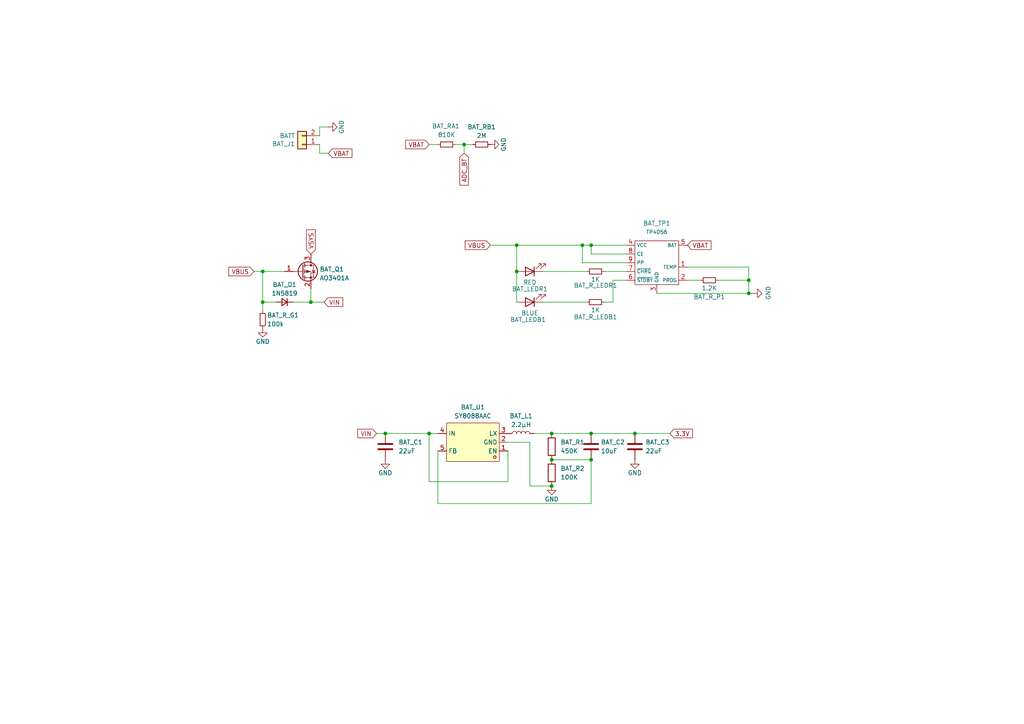
<source format=kicad_sch>
(kicad_sch (version 20250114) (generator "eeschema") (generator_version "9.0")
  (paper "A4")
  (lib_symbols
    (symbol "Connector_Generic:Conn_01x02" (pin_names (offset 1.016) (hide yes))
      (property "Reference" "J" (at 0 2.54 0))
      (property "Value" "Conn_01x02" (at 0 -5.08 0))
      (symbol "Conn_01x02_1_1"
        (rectangle (start -1.27 1.27) (end 1.27 -3.81) (stroke (width 0.254)) (fill (type background)))
        (rectangle (start -1.27 0.127) (end 0 -0.127) (stroke (width 0.1524)))
        (rectangle (start -1.27 -2.413) (end 0 -2.667) (stroke (width 0.1524)))
        (pin passive line (at -5.08 0 0) (length 3.81) (name "Pin_1") (number "1"))
        (pin passive line (at -5.08 -2.54 0) (length 3.81) (name "Pin_2") (number "2"))
      )
    )
    (symbol "Device:C" (pin_numbers (hide yes)) (pin_names (offset 0.254))
      (property "Reference" "C" (at 0.635 2.54 0))
      (property "Value" "C" (at 0.635 -2.54 0))
      (symbol "C_0_1"
        (polyline (pts (xy -2.032 0.762) (xy 2.032 0.762)) (stroke (width 0.508)))
        (polyline (pts (xy -2.032 -0.762) (xy 2.032 -0.762)) (stroke (width 0.508)))
      )
      (symbol "C_1_1"
        (pin passive line (at 0 3.81 270) (length 2.794) (name "~") (number "1"))
        (pin passive line (at 0 -3.81 90) (length 2.794) (name "~") (number "2"))
      )
    )
    (symbol "Device:D_Small" (pin_numbers (hide yes)) (pin_names (offset 0.254) (hide yes))
      (property "Reference" "D" (at -1.27 2.032 0))
      (property "Value" "D_Small" (at -3.81 -2.032 0))
      (symbol "D_Small_0_1"
        (polyline (pts (xy -0.762 0) (xy 0.762 0)))
        (polyline (pts (xy -0.762 -1.016) (xy -0.762 1.016)) (stroke (width 0.254)))
        (polyline (pts (xy 0.762 -1.016) (xy -0.762 0) (xy 0.762 1.016) (xy 0.762 -1.016)) (stroke (width 0.254)))
      )
      (symbol "D_Small_1_1"
        (pin passive line (at -2.54 0 0) (length 1.778) (name "K") (number "1"))
        (pin passive line (at 2.54 0 180) (length 1.778) (name "A") (number "2"))
      )
    )
    (symbol "Device:L" (pin_numbers (hide yes)) (pin_names (offset 1.016) (hide yes))
      (property "Reference" "L" (at -1.27 0 90))
      (property "Value" "L" (at 1.905 0 90))
      (symbol "L_0_1"
        (arc (start 0 2.54) (mid 0.6323 1.905) (end 0 1.27))
        (arc (start 0 1.27) (mid 0.6323 0.635) (end 0 0))
        (arc (start 0 0) (mid 0.6323 -0.635) (end 0 -1.27))
        (arc (start 0 -1.27) (mid 0.6323 -1.905) (end 0 -2.54))
      )
      (symbol "L_1_1"
        (pin passive line (at 0 3.81 270) (length 1.27) (name "1") (number "1"))
        (pin passive line (at 0 -3.81 90) (length 1.27) (name "2") (number "2"))
      )
    )
    (symbol "Device:LED" (pin_numbers (hide yes)) (pin_names (offset 1.016) (hide yes))
      (property "Reference" "D" (at 0 2.54 0))
      (property "Value" "LED" (at 0 -2.54 0))
      (symbol "LED_0_1"
        (polyline (pts (xy -3.048 -0.762) (xy -4.572 -2.286) (xy -3.81 -2.286) (xy -4.572 -2.286) (xy -4.572 -1.524)))
        (polyline (pts (xy -1.778 -0.762) (xy -3.302 -2.286) (xy -2.54 -2.286) (xy -3.302 -2.286) (xy -3.302 -1.524)))
        (polyline (pts (xy -1.27 0) (xy 1.27 0)))
        (polyline (pts (xy -1.27 -1.27) (xy -1.27 1.27)) (stroke (width 0.254)))
        (polyline (pts (xy 1.27 -1.27) (xy 1.27 1.27) (xy -1.27 0) (xy 1.27 -1.27)) (stroke (width 0.254)))
      )
      (symbol "LED_1_1"
        (pin passive line (at -3.81 0 0) (length 2.54) (name "K") (number "1"))
        (pin passive line (at 3.81 0 180) (length 2.54) (name "A") (number "2"))
      )
    )
    (symbol "Device:R" (pin_numbers (hide yes)) (pin_names (offset 0))
      (property "Reference" "R" (at 2.032 0 90))
      (property "Value" "R" (at 0 0 90))
      (symbol "R_0_1"
        (rectangle (start -1.016 -2.54) (end 1.016 2.54) (stroke (width 0.254)))
      )
      (symbol "R_1_1"
        (pin passive line (at 0 3.81 270) (length 1.27) (name "~") (number "1"))
        (pin passive line (at 0 -3.81 90) (length 1.27) (name "~") (number "2"))
      )
    )
    (symbol "Device:R_Small" (pin_numbers (hide yes)) (pin_names (offset 0.254) (hide yes))
      (property "Reference" "R" (at 0 0 90))
      (property "Value" "R_Small" (at 1.778 0 90))
      (symbol "R_Small_0_1"
        (rectangle (start -0.762 1.778) (end 0.762 -1.778) (stroke (width 0.2032)))
      )
      (symbol "R_Small_1_1"
        (pin passive line (at 0 2.54 270) (length 0.762) (name "~") (number "1"))
        (pin passive line (at 0 -2.54 90) (length 0.762) (name "~") (number "2"))
      )
    )
    (symbol "ErgoCai:TP4056"
      (property "Reference" "U" (at 1.27 13.97 0))
      (property "Value" "TP4056" (at 8.89 13.97 0))
      (symbol "TP4056_0_1"
        (rectangle (start 0 12.7) (end 12.7 0))
      )
      (symbol "TP4056_1_1"
        (pin input line (at -2.54 11.43 0) (length 2.54) (name "VCC") (number "4"))
        (pin input line (at -2.54 8.89 0) (length 2.54) (name "CE") (number "8"))
        (pin input line (at -2.54 6.35 0) (length 2.54) (name "PP") (number "9"))
        (pin input line (at -2.54 3.81 0) (length 2.54) (name "~{CHRG}") (number "7"))
        (pin input line (at -2.54 1.27 0) (length 2.54) (name "~{STDBY}") (number "6"))
        (pin input line (at 6.35 -2.54 90) (length 2.54) (name "GND") (number "3"))
        (pin input line (at 15.24 11.43 180) (length 2.54) (name "BAT") (number "5"))
        (pin input line (at 15.24 5.08 180) (length 2.54) (name "TEMP") (number "1"))
        (pin input line (at 15.24 1.27 180) (length 2.54) (name "PROG") (number "2"))
      )
    )
    (symbol "Transistor_FET:AO3401A" (pin_names (hide yes))
      (property "Reference" "Q" (at 5.08 1.905 0))
      (property "Value" "AO3401A" (at 5.08 0 0))
      (symbol "AO3401A_0_1"
        (polyline (pts (xy 0.254 1.905) (xy 0.254 -1.905)) (stroke (width 0.254)))
        (polyline (pts (xy 0.254 0) (xy -2.54 0)))
        (polyline (pts (xy 0.762 2.286) (xy 0.762 1.27)) (stroke (width 0.254)))
        (polyline (pts (xy 0.762 1.778) (xy 3.302 1.778) (xy 3.302 -1.778) (xy 0.762 -1.778)))
        (polyline (pts (xy 0.762 0.508) (xy 0.762 -0.508)) (stroke (width 0.254)))
        (polyline (pts (xy 0.762 -1.27) (xy 0.762 -2.286)) (stroke (width 0.254)))
        (circle (center 1.651 0) (radius 2.794) (stroke (width 0.254)))
        (polyline (pts (xy 2.286 0) (xy 1.27 0.381) (xy 1.27 -0.381) (xy 2.286 0)) (fill (type outline)))
        (polyline (pts (xy 2.54 2.54) (xy 2.54 1.778)))
        (circle (center 2.54 1.778) (radius 0.254) (fill (type outline)))
        (circle (center 2.54 -1.778) (radius 0.254) (fill (type outline)))
        (polyline (pts (xy 2.54 -2.54) (xy 2.54 0) (xy 0.762 0)))
        (polyline (pts (xy 2.794 -0.508) (xy 2.921 -0.381) (xy 3.683 -0.381) (xy 3.81 -0.254)))
        (polyline (pts (xy 3.302 -0.381) (xy 2.921 0.254) (xy 3.683 0.254) (xy 3.302 -0.381)))
      )
      (symbol "AO3401A_1_1"
        (pin input line (at -5.08 0 0) (length 2.54) (name "G") (number "1"))
        (pin passive line (at 2.54 5.08 270) (length 2.54) (name "D") (number "3"))
        (pin passive line (at 2.54 -5.08 90) (length 2.54) (name "S") (number "2"))
      )
    )
    (symbol "easyeda2kicad:SY8088AAC"
      (property "Reference" "U" (at 0 7.62 0))
      (property "Value" "SY8088AAC" (at 0 -7.62 0))
      (symbol "SY8088AAC_0_1"
        (rectangle (start -7.62 5.59) (end 7.62 -5.59) (fill (type background)))
        (circle (center -6.35 4.32) (radius 0.38))
        (circle (center -6.35 4.32) (radius 0.38))
        (pin unspecified line (at -10.16 2.54 0) (length 2.54) (name "EN") (number "1"))
        (pin unspecified line (at -10.16 0 0) (length 2.54) (name "GND") (number "2"))
        (pin unspecified line (at -10.16 -2.54 0) (length 2.54) (name "LX") (number "3"))
        (pin unspecified line (at 10.16 2.54 180) (length 2.54) (name "FB") (number "5"))
        (pin unspecified line (at 10.16 -2.54 180) (length 2.54) (name "IN") (number "4"))
      )
    )
    (symbol "power:GND" (power) (pin_numbers (hide yes)) (pin_names (offset 0) (hide yes))
      (property "Value" "GND" (at 0 -3.81 0))
      (symbol "GND_0_1"
        (polyline (pts (xy 0 0) (xy 0 -1.27) (xy 1.27 -1.27) (xy 0 -2.54) (xy -1.27 -1.27) (xy 0 -1.27)))
      )
      (symbol "GND_1_1"
        (pin power_in line (at 0 0 270) (length 0) (name "~") (number "1"))
      )
    )
  )
  (junction (at 111.76 125.73))
  (junction (at 76.2 87.63) (diameter 0.9144))
  (junction (at 149.86 78.74))
  (junction (at 90.17 87.63) (diameter 0.9144))
  (junction (at 171.45 71.12))
  (junction (at 160.02 133.35))
  (junction (at 160.02 140.97))
  (junction (at 168.91 71.12))
  (junction (at 217.17 81.28))
  (junction (at 184.15 125.73))
  (junction (at 160.02 125.73))
  (junction (at 149.86 71.12))
  (junction (at 76.2 78.74) (diameter 0.9144))
  (junction (at 134.62 41.91))
  (junction (at 171.45 125.73))
  (junction (at 217.17 85.09))
  (junction (at 171.45 133.35))
  (junction (at 124.46 125.73))
  (wire (pts (xy 171.45 71.12) (xy 168.91 71.12)))
  (wire (pts (xy 111.76 125.73) (xy 124.46 125.73)))
  (wire (pts (xy 171.45 73.66) (xy 171.45 71.12)))
  (wire (pts (xy 147.32 130.81) (xy 147.32 139.7)))
  (wire (pts (xy 92.71 41.91) (xy 92.71 44.45)))
  (wire (pts (xy 153.67 140.97) (xy 160.02 140.97)))
  (wire (pts (xy 160.02 133.35) (xy 171.45 133.35)))
  (wire (pts (xy 184.15 125.73) (xy 194.31 125.73)))
  (wire (pts (xy 208.28 81.28) (xy 217.17 81.28)))
  (wire (pts (xy 217.17 81.28) (xy 217.17 85.09)))
  (wire (pts (xy 92.71 39.37) (xy 92.71 36.83)))
  (wire (pts (xy 149.86 78.74) (xy 149.86 87.63)))
  (wire (pts (xy 171.45 133.35) (xy 171.45 146.05)))
  (wire (pts (xy 199.39 81.28) (xy 203.2 81.28)))
  (wire (pts (xy 124.46 139.7) (xy 124.46 125.73)))
  (wire (pts (xy 157.48 87.63) (xy 170.18 87.63)))
  (wire (pts (xy 181.61 73.66) (xy 171.45 73.66)))
  (wire (pts (xy 199.39 77.47) (xy 217.17 77.47)))
  (wire (pts (xy 177.8 81.28) (xy 181.61 81.28)))
  (wire (pts (xy 218.44 85.09) (xy 217.17 85.09)))
  (wire (pts (xy 154.94 125.73) (xy 160.02 125.73)))
  (wire (pts (xy 217.17 85.09) (xy 190.5 85.09)))
  (wire (pts (xy 168.91 76.2) (xy 168.91 71.12)))
  (wire (pts (xy 153.67 128.27) (xy 153.67 140.97)))
  (wire (pts (xy 171.45 146.05) (xy 127 146.05)))
  (wire (pts (xy 85.09 87.63) (xy 90.17 87.63)))
  (wire (pts (xy 76.2 78.74) (xy 82.55 78.74)))
  (wire (pts (xy 177.8 87.63) (xy 177.8 81.28)))
  (wire (pts (xy 175.26 87.63) (xy 177.8 87.63)))
  (wire (pts (xy 171.45 71.12) (xy 181.61 71.12)))
  (wire (pts (xy 157.48 78.74) (xy 170.18 78.74)))
  (wire (pts (xy 73.66 78.74) (xy 76.2 78.74)))
  (wire (pts (xy 124.46 41.91) (xy 127 41.91)))
  (wire (pts (xy 181.61 76.2) (xy 168.91 76.2)))
  (wire (pts (xy 147.32 128.27) (xy 153.67 128.27)))
  (wire (pts (xy 92.71 36.83) (xy 95.25 36.83)))
  (wire (pts (xy 149.86 71.12) (xy 142.24 71.12)))
  (wire (pts (xy 132.08 41.91) (xy 134.62 41.91)))
  (wire (pts (xy 171.45 125.73) (xy 184.15 125.73)))
  (wire (pts (xy 90.17 87.63) (xy 93.98 87.63)))
  (wire (pts (xy 76.2 78.74) (xy 76.2 87.63)))
  (wire (pts (xy 90.17 83.82) (xy 90.17 87.63)))
  (wire (pts (xy 134.62 41.91) (xy 137.16 41.91)))
  (wire (pts (xy 149.86 71.12) (xy 168.91 71.12)))
  (wire (pts (xy 147.32 139.7) (xy 124.46 139.7)))
  (wire (pts (xy 217.17 77.47) (xy 217.17 81.28)))
  (wire (pts (xy 175.26 78.74) (xy 181.61 78.74)))
  (wire (pts (xy 149.86 71.12) (xy 149.86 78.74)))
  (wire (pts (xy 160.02 125.73) (xy 171.45 125.73)))
  (wire (pts (xy 92.71 44.45) (xy 95.25 44.45)))
  (wire (pts (xy 127 146.05) (xy 127 130.81)))
  (wire (pts (xy 109.22 125.73) (xy 111.76 125.73)))
  (wire (pts (xy 76.2 87.63) (xy 76.2 90.17)))
  (wire (pts (xy 134.62 44.45) (xy 134.62 41.91)))
  (wire (pts (xy 76.2 87.63) (xy 80.01 87.63)))
  (wire (pts (xy 124.46 125.73) (xy 127 125.73)))
  (global_label "3.3V" (shape input) (at 194.31 125.73 0) (property "Intersheetrefs" "${INTERSHEET_REFS}" (effects (hide yes))))
  (global_label "ADC_BT" (shape input) (at 134.62 44.45 270) (property "Intersheetrefs" "${INTERSHEET_REFS}" (effects (hide yes))))
  (global_label "VBUS" (shape input) (at 73.66 78.74 180) (property "Intersheetrefs" "${INTERSHEET_REFS}" (effects (hide yes))))
  (global_label "VBUS" (shape input) (at 142.24 71.12 180) (property "Intersheetrefs" "${INTERSHEET_REFS}" (effects (hide yes))))
  (global_label "VIN" (shape input) (at 93.98 87.63 0) (property "Intersheetrefs" "${INTERSHEET_REFS}" (effects (hide yes))))
  (global_label "VSYS" (shape input) (at 90.17 73.66 90) (property "Intersheetrefs" "${INTERSHEET_REFS}" (effects (hide yes))))
  (global_label "VBAT" (shape input) (at 95.25 44.45 0) (property "Intersheetrefs" "${INTERSHEET_REFS}" (effects (hide yes))))
  (global_label "VBAT" (shape input) (at 199.39 71.12 0) (property "Intersheetrefs" "${INTERSHEET_REFS}" (effects (hide yes))))
  (global_label "VIN" (shape input) (at 109.22 125.73 180) (property "Intersheetrefs" "${INTERSHEET_REFS}" (effects (hide yes))))
  (global_label "VBAT" (shape input) (at 124.46 41.91 180) (property "Intersheetrefs" "${INTERSHEET_REFS}" (effects (hide yes))))
  (symbol (lib_id "easyeda2kicad:SY8088AAC") (at 137.16 128.27 180) (unit 1)
    (property "Reference" "BAT_U1" (at 137.16 118.11 0))
    (property "Value" "SY8088AAC" (at 137.16 120.65 0))
    (property "Footprint" "ErgoCai.pretty:SOT-23-5_L3.0-W1.7-P0.95-LS2.8-BR" (effects (hide yes)))
    (property "Datasheet" "https://lcsc.com/product-detail/DC-DC-Converters_Silergy_SY8088AAC_SY8088AAC_C79313.html" (effects (hide yes)))
    (property "LCSC Part" "C79313" (effects (hide yes)))
  )
  (symbol (lib_id "Device:R_Small") (at 205.74 81.28 90) (unit 1)
    (property "Reference" "BAT_R_P1" (at 205.74 86.106 90))
    (property "Value" "1.2K" (at 205.74 83.566 90))
    (property "Footprint" "ErgoCai.pretty:R_0603_1608Metric" (effects (hide yes)))
    (property "Description" "Resistor, small symbol" (effects (hide yes)))
  )
  (symbol (lib_id "power:GND") (at 160.02 140.97 0) (unit 1)
    (property "Reference" "#PWR02" (effects (hide yes)))
    (property "Value" "GND" (at 160.02 144.78 0))
    (property "Description" "Power symbol creates a global label with name \"GND\" , ground" (effects (hide yes)))
  )
  (symbol (lib_id "Device:C") (at 111.76 129.54 0) (unit 1)
    (property "Reference" "BAT_C1" (at 115.57 128.2699 0) (effects (justify left)))
    (property "Value" "22uF" (at 115.57 130.8099 0) (effects (justify left)))
    (property "Footprint" "ErgoCai.pretty:C_0603_1608Metric" (effects (hide yes)))
    (property "Description" "Unpolarized capacitor" (effects (hide yes)))
  )
  (symbol (lib_id "Device:R_Small") (at 172.72 87.63 90) (unit 1)
    (property "Reference" "BAT_R_LEDB1" (at 172.72 91.948 90))
    (property "Value" "1K" (at 172.72 89.916 90))
    (property "Footprint" "ErgoCai.pretty:R_0603_1608Metric" (effects (hide yes)))
    (property "Description" "Resistor, small symbol" (effects (hide yes)))
  )
  (symbol (lib_id "power:GND") (at 218.44 85.09 90) (unit 1)
    (property "Reference" "#PWR0105" (effects (hide yes)))
    (property "Value" "GND" (at 222.8342 84.963 0))
    (property "Description" "Power symbol creates a global label with name \"GND\" , ground" (effects (hide yes)))
  )
  (symbol (lib_id "Device:LED") (at 153.67 87.63 180) (unit 1)
    (property "Reference" "BAT_LEDB1" (at 153.162 92.71 0))
    (property "Value" "BLUE" (at 153.67 90.805 0))
    (property "Footprint" "ErgoCai.pretty:LED_0603_1608Metric" (effects (hide yes)))
    (property "Description" "Light emitting diode" (effects (hide yes)))
    (property "Sim.Pins" "1=K 2=A" (effects (hide yes)))
  )
  (symbol (lib_id "Device:L") (at 151.13 125.73 90) (unit 1)
    (property "Reference" "BAT_L1" (at 151.13 120.65 90))
    (property "Value" "2.2µH" (at 151.13 123.19 90))
    (property "Footprint" "ErgoCai.pretty:L_0603_1608Metric" (effects (hide yes)))
    (property "Description" "Inductor" (effects (hide yes)))
  )
  (symbol (lib_id "Device:LED") (at 153.67 78.74 180) (unit 1)
    (property "Reference" "BAT_LEDR1" (at 153.67 83.82 0))
    (property "Value" "RED" (at 153.67 81.915 0))
    (property "Footprint" "ErgoCai.pretty:LED_0603_1608Metric" (effects (hide yes)))
    (property "Description" "Light emitting diode" (effects (hide yes)))
    (property "Sim.Pins" "1=K 2=A" (effects (hide yes)))
  )
  (symbol (lib_id "power:GND") (at 111.76 133.35 0) (unit 1)
    (property "Reference" "#PWR01" (effects (hide yes)))
    (property "Value" "GND" (at 111.76 137.16 0))
    (property "Description" "Power symbol creates a global label with name \"GND\" , ground" (effects (hide yes)))
  )
  (symbol (lib_id "Device:R") (at 160.02 129.54 0) (unit 1)
    (property "Reference" "BAT_R1" (at 162.56 128.2699 0) (effects (justify left)))
    (property "Value" "450K" (at 162.56 130.8099 0) (effects (justify left)))
    (property "Footprint" "ErgoCai.pretty:R_0603_1608Metric" (effects (hide yes)))
    (property "Description" "Resistor" (effects (hide yes)))
  )
  (symbol (lib_id "power:GND") (at 184.15 133.35 0) (unit 1)
    (property "Reference" "#PWR03" (effects (hide yes)))
    (property "Value" "GND" (at 184.15 137.16 0))
    (property "Description" "Power symbol creates a global label with name \"GND\" , ground" (effects (hide yes)))
  )
  (symbol (lib_id "Device:R_Small") (at 76.2 92.71 0) (unit 1)
    (property "Reference" "BAT_R_G1" (at 77.47 91.4399 0) (effects (justify left)))
    (property "Value" "100k" (at 77.47 93.9799 0) (effects (justify left)))
    (property "Footprint" "ErgoCai.pretty:R_0603_1608Metric" (effects (hide yes)))
    (property "Description" "Resistor, small symbol" (effects (hide yes)))
  )
  (symbol (lib_id "Device:D_Small") (at 82.55 87.63 180) (unit 1)
    (property "Reference" "BAT_D1" (at 82.55 82.55 0))
    (property "Value" "1N5819" (at 82.55 85.09 0))
    (property "Footprint" "ErgoCai.pretty:D_SOD-123" (effects (hide yes)))
    (property "Description" "Diode, small symbol" (effects (hide yes)))
    (property "Sim.Device" "D" (effects (hide yes)))
    (property "Sim.Pins" "1=K 2=A" (effects (hide yes)))
  )
  (symbol (lib_id "Device:R") (at 160.02 137.16 0) (unit 1)
    (property "Reference" "BAT_R2" (at 162.56 135.8899 0) (effects (justify left)))
    (property "Value" "100K" (at 162.56 138.4299 0) (effects (justify left)))
    (property "Footprint" "ErgoCai.pretty:R_0603_1608Metric" (effects (hide yes)))
    (property "Description" "Resistor" (effects (hide yes)))
  )
  (symbol (lib_id "Transistor_FET:AO3401A") (at 87.63 78.74 0) (unit 1)
    (property "Reference" "BAT_Q1" (at 92.71 78.1049 0) (effects (justify left)))
    (property "Value" "AO3401A" (at 92.71 80.6449 0) (effects (justify left)))
    (property "Footprint" "ErgoCai.pretty:SOT-23" (effects (hide yes)))
    (property "Datasheet" "http://www.aosmd.com/pdfs/datasheet/AO3401A.pdf" (effects (hide yes)))
    (property "Description" "-4.0A Id, -30V Vds, P-Channel MOSFET, SOT-23" (effects (hide yes)))
  )
  (symbol (lib_id "Device:C") (at 171.45 129.54 0) (unit 1)
    (property "Reference" "BAT_C2" (at 174.244 128.27 0) (effects (justify left)))
    (property "Value" "10uF" (at 174.244 130.81 0) (effects (justify left)))
    (property "Footprint" "ErgoCai.pretty:C_0603_1608Metric" (effects (hide yes)))
    (property "Description" "Unpolarized capacitor" (effects (hide yes)))
  )
  (symbol (lib_id "power:GND") (at 142.24 41.91 90) (unit 1)
    (property "Reference" "#PWR0101" (effects (hide yes)))
    (property "Value" "GND" (at 146.05 41.91 0))
    (property "Description" "Power symbol creates a global label with name \"GND\" , ground" (effects (hide yes)))
  )
  (symbol (lib_id "Device:C") (at 184.15 129.54 0) (unit 1)
    (property "Reference" "BAT_C3" (at 187.198 128.27 0) (effects (justify left)))
    (property "Value" "22uF" (at 187.198 130.81 0) (effects (justify left)))
    (property "Footprint" "ErgoCai.pretty:C_0603_1608Metric" (effects (hide yes)))
    (property "Description" "Unpolarized capacitor" (effects (hide yes)))
  )
  (symbol (lib_id "Device:R_Small") (at 129.54 41.91 90) (unit 1)
    (property "Reference" "BAT_RA1" (at 133.35 36.576 90) (effects (justify left)))
    (property "Value" "810K" (at 132.08 39.116 90) (effects (justify left)))
    (property "Footprint" "ErgoCai.pretty:R_0603_1608Metric" (effects (hide yes)))
    (property "Description" "Resistor, small symbol" (effects (hide yes)))
  )
  (symbol (lib_id "Connector_Generic:Conn_01x02") (at 87.63 41.91 180) (unit 1)
    (property "Reference" "BAT_J1" (at 85.598 41.7068 0) (effects (justify left)))
    (property "Value" "BATT" (at 85.598 39.3954 0) (effects (justify left)))
    (property "Footprint" "ErgoCai.pretty:JST_PH_S2B-PH-K_1x02_P2.00mm_Horizontal" (effects (hide yes)))
    (property "Description" "Generic connector, single row, 01x02, script generated (kicad-library-utils/schlib/autogen/connector/)" (effects (hide yes)))
  )
  (symbol (lib_id "power:GND") (at 76.2 95.25 0) (unit 1)
    (property "Reference" "#PWR0103" (effects (hide yes)))
    (property "Value" "GND" (at 76.2 99.06 0))
    (property "Description" "Power symbol creates a global label with name \"GND\" , ground" (effects (hide yes)))
  )
  (symbol (lib_id "Device:R_Small") (at 139.7 41.91 90) (unit 1)
    (property "Reference" "BAT_RB1" (at 139.7 36.83 90))
    (property "Value" "2M" (at 139.7 39.37 90))
    (property "Footprint" "ErgoCai.pretty:R_0603_1608Metric" (effects (hide yes)))
    (property "Description" "Resistor, small symbol" (effects (hide yes)))
  )
  (symbol (lib_id "ErgoCai:TP4056") (at 184.15 82.55 0) (unit 1)
    (property "Reference" "BAT_TP1" (at 190.5 64.77 0))
    (property "Value" "TP4056" (at 190.5 67.31 0) (effects (font (size 1.1 1.1))))
    (property "Footprint" "ErgoCai.pretty:SOIC-8-1EP_3.9x4.9mm_P1.27mm_EP2.29x3mm" (effects (hide yes)))
    (property "Description" "TP4056" (effects (hide yes)))
  )
  (symbol (lib_id "power:GND") (at 95.25 36.83 90) (unit 1)
    (property "Reference" "#PWR0102" (effects (hide yes)))
    (property "Value" "GND" (at 99.06 36.83 0))
    (property "Description" "Power symbol creates a global label with name \"GND\" , ground" (effects (hide yes)))
  )
  (symbol (lib_id "Device:R_Small") (at 172.72 78.74 90) (unit 1)
    (property "Reference" "BAT_R_LEDR1" (at 172.72 82.804 90))
    (property "Value" "1K" (at 172.72 81.026 90))
    (property "Footprint" "ErgoCai.pretty:R_0603_1608Metric" (effects (hide yes)))
    (property "Description" "Resistor, small symbol" (effects (hide yes)))
  )
)
</source>
